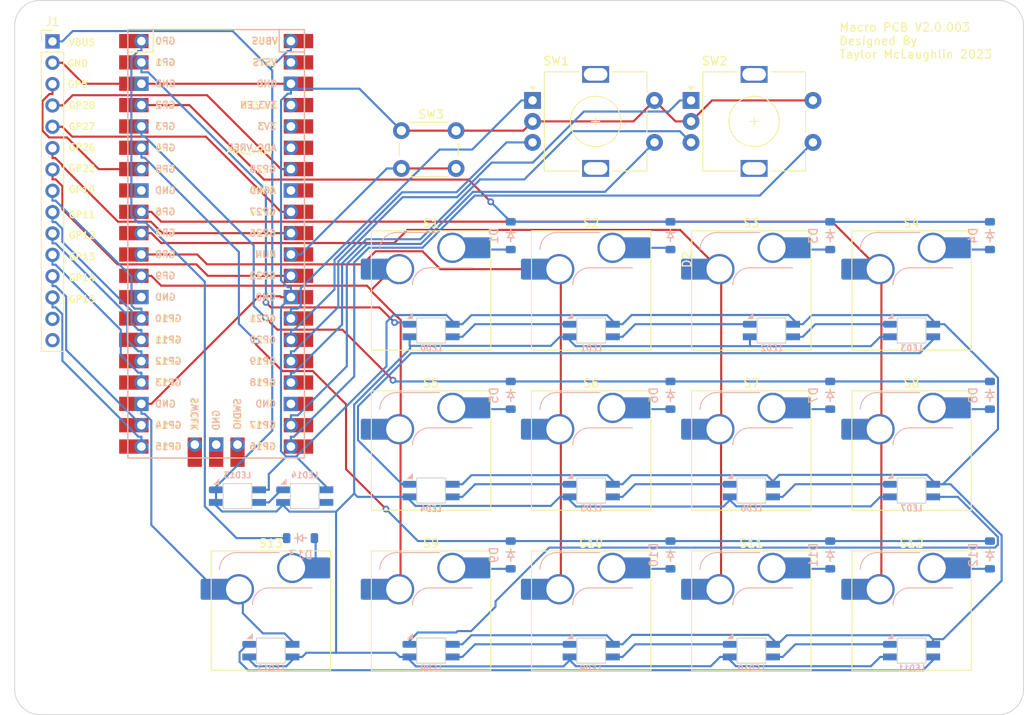
<source format=kicad_pcb>
(kicad_pcb (version 20221018) (generator pcbnew)
  (title_block (title "Macro PCB") (date "2023-12-19") (rev "2.0.003"))
  (layers (0 "F.Cu" signal) (31 "B.Cu" signal) (34 "B.Paste" user) (35 "F.Paste" user) (36 "B.SilkS" user "B.Silkscreen") (37 "F.SilkS" user "F.Silkscreen") (38 "B.Mask" user) (39 "F.Mask" user) (44 "Edge.Cuts" user))
  (net 0 "")
  (net 1 "Row 0")
  (net 2 "Net-(D1-A)")
  (net 3 "Net-(D2-A)")
  (net 4 "Net-(D3-A)")
  (net 5 "Net-(D4-A)")
  (net 6 "Row 1")
  (net 7 "Net-(D5-A)")
  (net 8 "Net-(D6-A)")
  (net 9 "Net-(D7-A)")
  (net 10 "Net-(D8-A)")
  (net 11 "Row 2")
  (net 12 "Net-(D9-A)")
  (net 13 "Net-(D10-A)")
  (net 14 "Net-(D11-A)")
  (net 15 "Net-(D12-A)")
  (net 16 "ModePin")
  (net 17 "Net-(D13-A)")
  (net 18 "GND")
  (net 19 "LED Pin")
  (net 20 "VBUS")
  (net 21 "Column 0")
  (net 22 "Column 1")
  (net 23 "Column 2")
  (net 24 "Column 3")
  (net 25 "Encoder 1 Pin A")
  (net 26 "Encoder 1 Pin B")
  (net 27 "Encoder 1 Button")
  (net 28 "Encoder 2 Pin A")
  (net 29 "Encoder 2 Pin B")
  (net 30 "Encoder 2 Button")
  (net 31 "Run")
  (net 43 "GPIO10")
  (net 44 "GPIO11")
  (net 45 "GPIO12")
  (net 46 "GPIO13")
  (net 47 "GPIO5")
  (net 48 "GPIO14")
  (net 49 "GPIO15")
  (net 50 "GPIO28")
  (net 51 "GPIO27")
  (net 52 "GPIO26")
  (net 53 "GPIO22")
  (net 56 "Net-(LED0-DOUT)")
  (net 57 "Net-(LED1-DOUT)")
  (net 58 "Net-(LED2-DOUT)")
  (net 59 "Net-(LED3-DOUT)")
  (net 60 "Net-(LED4-DOUT)")
  (net 61 "Net-(LED5-DOUT)")
  (net 62 "Net-(LED6-DOUT)")
  (net 63 "Net-(LED7-DOUT)")
  (net 64 "Net-(LED8-DOUT)")
  (net 65 "Net-(LED10-DIN)")
  (net 66 "Net-(LED10-DOUT)")
  (net 67 "Net-(LED11-DOUT)")
  (net 68 "Net-(LED13-DOUT)")
  (footprint "Connector_PinHeader_2.54mm:PinHeader_1x15_P2.54mm_Vertical" (layer "F.Cu") (at 61.2641 23.2581)
    (fp_text reference "J1")
    (fp_text value "Conn_01x15_Pin")
  )
  (footprint "ScottoKeebs_Components:LED_SK6812MINI" (layer "F.Cu") (at 163.4391 76.7156)
    (fp_text reference "LED7")
    (fp_text value "LED_SK6812MINI" hide)
    (fp_line (start -1.7 -1.5) (end -1.7 1.5) (stroke (width 0.12)) (layer "Edge.Cuts"))
    (fp_line (start -1.7 1.5) (end 1.7 1.5) (stroke (width 0.12)) (layer "Edge.Cuts"))
    (fp_line (start 1.7 -1.5) (end -1.7 -1.5) (stroke (width 0.12)) (layer "Edge.Cuts"))
    (fp_line (start 1.7 1.5) (end 1.7 -1.5) (stroke (width 0.12)) (layer "Edge.Cuts"))
  )
  (footprint "ScottoKeebs_Components:LED_SK6812MINI" (layer "F.Cu") (at 144.3891 76.7156)
    (fp_text reference "LED6")
    (fp_text value "LED_SK6812MINI" hide)
    (fp_line (start -1.7 -1.5) (end -1.7 1.5) (stroke (width 0.12)) (layer "Edge.Cuts"))
    (fp_line (start -1.7 1.5) (end 1.7 1.5) (stroke (width 0.12)) (layer "Edge.Cuts"))
    (fp_line (start 1.7 -1.5) (end -1.7 -1.5) (stroke (width 0.12)) (layer "Edge.Cuts"))
    (fp_line (start 1.7 1.5) (end 1.7 -1.5) (stroke (width 0.12)) (layer "Edge.Cuts"))
  )
  (footprint "ScottoKeebs_Hotswap:Hotswap_MX_Plated_1.00u" (layer "F.Cu") (at 125.3391 71.9531)
    (fp_text reference "S6")
    (fp_text value "Keyswitch")
  )
  (footprint "ScottoKeebs_Components:LED_SK6812MINI" (layer "F.Cu") (at 163.4391 95.7656)
    (fp_text reference "LED11")
    (fp_text value "LED_SK6812MINI" hide)
    (fp_line (start -1.7 -1.5) (end -1.7 1.5) (stroke (width 0.12)) (layer "Edge.Cuts"))
    (fp_line (start -1.7 1.5) (end 1.7 1.5) (stroke (width 0.12)) (layer "Edge.Cuts"))
    (fp_line (start 1.7 -1.5) (end -1.7 -1.5) (stroke (width 0.12)) (layer "Edge.Cuts"))
    (fp_line (start 1.7 1.5) (end 1.7 -1.5) (stroke (width 0.12)) (layer "Edge.Cuts"))
  )
  (footprint "Rotary_Encoder:RotaryEncoder_Alps_EC11E-Switch_Vertical_H20mm" (layer "F.Cu") (at 118.3641 30.2781)
    (fp_text reference "SW1")
    (fp_text value "RotaryEncoder_Switch")
  )
  (footprint "ScottoKeebs_Hotswap:Hotswap_MX_Plated_1.00u" (layer "F.Cu") (at 125.3391 91.0031)
    (fp_text reference "S10")
    (fp_text value "Keyswitch")
  )
  (footprint "Rotary_Encoder:RotaryEncoder_Alps_EC11E-Switch_Vertical_H20mm" (layer "F.Cu") (at 137.2141 30.2781)
    (fp_text reference "SW2")
    (fp_text value "RotaryEncoder_Switch")
  )
  (footprint "ScottoKeebs_Components:LED_SK6812MINI" (layer "F.Cu") (at 163.4391 57.6656)
    (fp_text reference "LED3")
    (fp_text value "LED_SK6812MINI" hide)
    (fp_line (start -1.7 -1.5) (end -1.7 1.5) (stroke (width 0.12)) (layer "Edge.Cuts"))
    (fp_line (start -1.7 1.5) (end 1.7 1.5) (stroke (width 0.12)) (layer "Edge.Cuts"))
    (fp_line (start 1.7 -1.5) (end -1.7 -1.5) (stroke (width 0.12)) (layer "Edge.Cuts"))
    (fp_line (start 1.7 1.5) (end 1.7 -1.5) (stroke (width 0.12)) (layer "Edge.Cuts"))
  )
  (footprint "ScottoKeebs_Hotswap:Hotswap_MX_Plated_1.00u" (layer "F.Cu") (at 144.3891 52.9031)
    (fp_text reference "S3")
    (fp_text value "Keyswitch")
  )
  (footprint "ScottoKeebs_Hotswap:Hotswap_MX_Plated_1.00u" (layer "F.Cu") (at 144.3891 71.9531)
    (fp_text reference "S7")
    (fp_text value "Keyswitch")
  )
  (footprint "ScottoKeebs_Components:LED_SK6812MINI" (layer "F.Cu") (at 106.2891 57.6656)
    (fp_text reference "LED0")
    (fp_text value "LED_SK6812MINI" hide)
    (fp_line (start -1.7 -1.5) (end -1.7 1.5) (stroke (width 0.12)) (layer "Edge.Cuts"))
    (fp_line (start -1.7 1.5) (end 1.7 1.5) (stroke (width 0.12)) (layer "Edge.Cuts"))
    (fp_line (start 1.7 -1.5) (end -1.7 -1.5) (stroke (width 0.12)) (layer "Edge.Cuts"))
    (fp_line (start 1.7 1.5) (end 1.7 -1.5) (stroke (width 0.12)) (layer "Edge.Cuts"))
  )
  (footprint "ScottoKeebs_Components:LED_SK6812MINI" (layer "F.Cu") (at 83.2641 77.3781)
    (fp_text reference "LED13")
    (fp_text value "LED_SK6812MINI" hide)
    (fp_line (start -1.7 -1.5) (end -1.7 1.5) (stroke (width 0.12)) (layer "Edge.Cuts"))
    (fp_line (start -1.7 1.5) (end 1.7 1.5) (stroke (width 0.12)) (layer "Edge.Cuts"))
    (fp_line (start 1.7 -1.5) (end -1.7 -1.5) (stroke (width 0.12)) (layer "Edge.Cuts"))
    (fp_line (start 1.7 1.5) (end 1.7 -1.5) (stroke (width 0.12)) (layer "Edge.Cuts"))
  )
  (footprint "ScottoKeebs_Hotswap:Hotswap_MX_Plated_1.00u" (layer "F.Cu") (at 125.3391 52.9031)
    (fp_text reference "S2")
    (fp_text value "Keyswitch")
  )
  (footprint "ScottoKeebs_Components:LED_SK6812MINI" (layer "F.Cu") (at 125.3391 95.7656)
    (fp_text reference "LED9")
    (fp_text value "LED_SK6812MINI" hide)
    (fp_line (start -1.7 -1.5) (end -1.7 1.5) (stroke (width 0.12)) (layer "Edge.Cuts"))
    (fp_line (start -1.7 1.5) (end 1.7 1.5) (stroke (width 0.12)) (layer "Edge.Cuts"))
    (fp_line (start 1.7 -1.5) (end -1.7 -1.5) (stroke (width 0.12)) (layer "Edge.Cuts"))
    (fp_line (start 1.7 1.5) (end 1.7 -1.5) (stroke (width 0.12)) (layer "Edge.Cuts"))
  )
  (footprint "ScottoKeebs_Hotswap:Hotswap_MX_Plated_1.00u" (layer "F.Cu") (at 106.2891 52.9031)
    (fp_text reference "S1")
    (fp_text value "Keyswitch")
  )
  (footprint "ScottoKeebs_Components:LED_SK6812MINI" (layer "F.Cu") (at 125.3391 76.7156)
    (fp_text reference "LED5")
    (fp_text value "LED_SK6812MINI" hide)
    (fp_line (start -1.7 -1.5) (end -1.7 1.5) (stroke (width 0.12)) (layer "Edge.Cuts"))
    (fp_line (start -1.7 1.5) (end 1.7 1.5) (stroke (width 0.12)) (layer "Edge.Cuts"))
    (fp_line (start 1.7 -1.5) (end -1.7 -1.5) (stroke (width 0.12)) (layer "Edge.Cuts"))
    (fp_line (start 1.7 1.5) (end 1.7 -1.5) (stroke (width 0.12)) (layer "Edge.Cuts"))
  )
  (footprint "ScottoKeebs_Components:LED_SK6812MINI" (layer "F.Cu") (at 125.3391 57.6656)
    (fp_text reference "LED1")
    (fp_text value "LED_SK6812MINI" hide)
    (fp_line (start -1.7 -1.5) (end -1.7 1.5) (stroke (width 0.12)) (layer "Edge.Cuts"))
    (fp_line (start -1.7 1.5) (end 1.7 1.5) (stroke (width 0.12)) (layer "Edge.Cuts"))
    (fp_line (start 1.7 -1.5) (end -1.7 -1.5) (stroke (width 0.12)) (layer "Edge.Cuts"))
    (fp_line (start 1.7 1.5) (end 1.7 -1.5) (stroke (width 0.12)) (layer "Edge.Cuts"))
  )
  (footprint "ScottoKeebs_Components:LED_SK6812MINI" (layer "F.Cu") (at 106.2891 95.7656)
    (fp_text reference "LED8")
    (fp_text value "LED_SK6812MINI" hide)
    (fp_line (start -1.7 -1.5) (end -1.7 1.5) (stroke (width 0.12)) (layer "Edge.Cuts"))
    (fp_line (start -1.7 1.5) (end 1.7 1.5) (stroke (width 0.12)) (layer "Edge.Cuts"))
    (fp_line (start 1.7 -1.5) (end -1.7 -1.5) (stroke (width 0.12)) (layer "Edge.Cuts"))
    (fp_line (start 1.7 1.5) (end 1.7 -1.5) (stroke (width 0.12)) (layer "Edge.Cuts"))
  )
  (footprint "ScottoKeebs_Components:LED_SK6812MINI" (layer "F.Cu") (at 87.2391 95.7656)
    (fp_text reference "LED12")
    (fp_text value "LED_SK6812MINI" hide)
    (fp_line (start -1.7 -1.5) (end -1.7 1.5) (stroke (width 0.12)) (layer "Edge.Cuts"))
    (fp_line (start -1.7 1.5) (end 1.7 1.5) (stroke (width 0.12)) (layer "Edge.Cuts"))
    (fp_line (start 1.7 -1.5) (end -1.7 -1.5) (stroke (width 0.12)) (layer "Edge.Cuts"))
    (fp_line (start 1.7 1.5) (end 1.7 -1.5) (stroke (width 0.12)) (layer "Edge.Cuts"))
  )
  (footprint "ScottoKeebs_Hotswap:Hotswap_MX_Plated_1.00u" (layer "F.Cu") (at 106.2891 91.0031)
    (fp_text reference "S9")
    (fp_text value "Keyswitch")
  )
  (footprint "ScottoKeebs_Components:LED_SK6812MINI" (layer "F.Cu") (at 91.2641 77.3781)
    (fp_text reference "LED14")
    (fp_text value "LED_SK6812MINI" hide)
    (fp_line (start -1.7 -1.5) (end -1.7 1.5) (stroke (width 0.12)) (layer "Edge.Cuts"))
    (fp_line (start -1.7 1.5) (end 1.7 1.5) (stroke (width 0.12)) (layer "Edge.Cuts"))
    (fp_line (start 1.7 -1.5) (end -1.7 -1.5) (stroke (width 0.12)) (layer "Edge.Cuts"))
    (fp_line (start 1.7 1.5) (end 1.7 -1.5) (stroke (width 0.12)) (layer "Edge.Cuts"))
  )
  (footprint "ScottoKeebs_Components:LED_SK6812MINI" (layer "F.Cu") (at 144.3891 95.7656)
    (fp_text reference "LED10")
    (fp_text value "LED_SK6812MINI" hide)
    (fp_line (start -1.7 -1.5) (end -1.7 1.5) (stroke (width 0.12)) (layer "Edge.Cuts"))
    (fp_line (start -1.7 1.5) (end 1.7 1.5) (stroke (width 0.12)) (layer "Edge.Cuts"))
    (fp_line (start 1.7 -1.5) (end -1.7 -1.5) (stroke (width 0.12)) (layer "Edge.Cuts"))
    (fp_line (start 1.7 1.5) (end 1.7 -1.5) (stroke (width 0.12)) (layer "Edge.Cuts"))
  )
  (footprint "ScottoKeebs_Hotswap:Hotswap_MX_Plated_1.00u" (layer "F.Cu") (at 87.2391 91.0031)
    (fp_text reference "S13")
    (fp_text value "Keyswitch")
  )
  (footprint "ScottoKeebs_Components:LED_SK6812MINI" (layer "F.Cu") (at 146.7703 57.6656)
    (fp_text reference "LED2")
    (fp_text value "LED_SK6812MINI" hide)
    (fp_line (start -1.7 -1.5) (end -1.7 1.5) (stroke (width 0.12)) (layer "Edge.Cuts"))
    (fp_line (start -1.7 1.5) (end 1.7 1.5) (stroke (width 0.12)) (layer "Edge.Cuts"))
    (fp_line (start 1.7 -1.5) (end -1.7 -1.5) (stroke (width 0.12)) (layer "Edge.Cuts"))
    (fp_line (start 1.7 1.5) (end 1.7 -1.5) (stroke (width 0.12)) (layer "Edge.Cuts"))
  )
  (footprint "ScottoKeebs_Components:LED_SK6812MINI" (layer "F.Cu") (at 106.2891 76.7156)
    (fp_text reference "LED4")
    (fp_text value "LED_SK6812MINI" hide)
    (fp_line (start -1.7 -1.5) (end -1.7 1.5) (stroke (width 0.12)) (layer "Edge.Cuts"))
    (fp_line (start -1.7 1.5) (end 1.7 1.5) (stroke (width 0.12)) (layer "Edge.Cuts"))
    (fp_line (start 1.7 -1.5) (end -1.7 -1.5) (stroke (width 0.12)) (layer "Edge.Cuts"))
    (fp_line (start 1.7 1.5) (end 1.7 -1.5) (stroke (width 0.12)) (layer "Edge.Cuts"))
  )
  (footprint "ScottoKeebs_Hotswap:Hotswap_MX_Plated_1.00u" (layer "F.Cu") (at 163.4391 91.0031)
    (fp_text reference "S12")
    (fp_text value "Keyswitch")
  )
  (footprint "ScottoKeebs_Hotswap:Hotswap_MX_Plated_1.00u" (layer "F.Cu") (at 163.4391 52.9031)
    (fp_text reference "S4")
    (fp_text value "Keyswitch")
  )
  (footprint "Button_Switch_THT:SW_PUSH_6mm_H7.3mm" (layer "F.Cu") (at 102.7641 33.8781)
    (fp_text reference "SW3")
    (fp_text value "SW_Push")
  )
  (footprint "ScottoKeebs_Hotswap:Hotswap_MX_Plated_1.00u" (layer "F.Cu") (at 163.4391 71.9531)
    (fp_text reference "S8")
    (fp_text value "Keyswitch")
  )
  (footprint "ScottoKeebs_Hotswap:Hotswap_MX_Plated_1.00u" (layer "F.Cu") (at 144.3891 91.0031)
    (fp_text reference "S11")
    (fp_text value "Keyswitch")
  )
  (footprint "ScottoKeebs_Hotswap:Hotswap_MX_Plated_1.00u" (layer "F.Cu") (at 106.2891 71.9531)
    (fp_text reference "S5")
    (fp_text value "Keyswitch")
  )
  (footprint "ScottoKeebs_MCU:Raspberry_Pi_Pico" (layer "F.Cu") (at 80.7303 47.3469)
    (fp_text reference "U1" hide)
    (fp_text value "Raspberry_Pi_Pico" hide)
  )
  (footprint "ScottoKeebs_Components:Diode_SOD-123" (layer "B.Cu") (at 134.7641 46.3781 -90)
    (fp_text reference "D2")
    (fp_text value "Diode")
  )
  (footprint "ScottoKeebs_Components:Diode_SOD-123" (layer "B.Cu") (at 134.7641 65.3781 -90)
    (fp_text reference "D6")
    (fp_text value "Diode")
  )
  (footprint "ScottoKeebs_Components:Diode_SOD-123" (layer "B.Cu") (at 172.7641 46.3781 -90)
    (fp_text reference "D4")
    (fp_text value "Diode")
  )
  (footprint "ScottoKeebs_Components:Diode_SOD-123" (layer "B.Cu") (at 115.7641 46.3781 -90)
    (fp_text reference "D1")
    (fp_text value "Diode")
  )
  (footprint "ScottoKeebs_Components:Diode_SOD-123" (layer "B.Cu") (at 115.7641 65.3781 -90)
    (fp_text reference "D5")
    (fp_text value "Diode")
  )
  (footprint "ScottoKeebs_Components:Diode_SOD-123" (layer "B.Cu") (at 90.7641 82.3781)
    (fp_text reference "D13")
    (fp_text value "Diode")
  )
  (footprint "ScottoKeebs_Components:Diode_SOD-123" (layer "B.Cu") (at 153.7641 65.3781 -90)
    (fp_text reference "D7")
    (fp_text value "Diode")
  )
  (footprint "ScottoKeebs_Components:Diode_SOD-123" (layer "B.Cu") (at 134.7641 84.3781 -90)
    (fp_text reference "D10")
    (fp_text value "Diode")
  )
  (footprint "ScottoKeebs_Components:Diode_SOD-123" (layer "B.Cu") (at 115.7641 84.3781 -90)
    (fp_text reference "D9")
    (fp_text value "Diode")
  )
  (footprint "ScottoKeebs_Components:Diode_SOD-123" (layer "B.Cu") (at 153.7641 84.3781 -90)
    (fp_text reference "D11")
    (fp_text value "Diode")
  )
  (footprint "ScottoKeebs_Components:Diode_SOD-123" (layer "B.Cu") (at 172.7641 84.3781 -90)
    (fp_text reference "D12")
    (fp_text value "Diode")
  )
  (footprint "ScottoKeebs_Components:Diode_SOD-123" (layer "B.Cu") (at 172.7641 65.3781 -90)
    (fp_text reference "D8")
    (fp_text value "Diode")
  )
  (footprint "ScottoKeebs_Components:Diode_SOD-123" (layer "B.Cu") (at 153.7641 46.3781 -90)
    (fp_text reference "D3")
    (fp_text value "Diode")
  )
  (gr_arc (start 56.76405 21.37815) (mid 57.64273 19.25683) (end 59.76405 18.37815) (stroke (width 0.1)) (layer "Edge.Cuts"))
  (gr_arc (start 59.76405 103.37815) (mid 57.642744 102.499456) (end 56.76405 100.37815) (stroke (width 0.1)) (layer "Edge.Cuts"))
  (gr_arc (start 173.76405 18.37815) (mid 175.885356 19.256844) (end 176.76405 21.37815) (stroke (width 0.1)) (layer "Edge.Cuts"))
  (gr_arc (start 176.76405 100.37815) (mid 175.885356 102.499456) (end 173.76405 103.37815) (stroke (width 0.1)) (layer "Edge.Cuts"))
  (gr_line (start 59.76405 18.37815) (end 173.76405 18.37815) (stroke (width 0.1)) (layer "Edge.Cuts"))
  (gr_line (start 176.76405 21.37815) (end 176.76405 100.37815) (stroke (width 0.1)) (layer "Edge.Cuts"))
  (gr_line (start 56.76405 100.37815) (end 56.76405 21.37815) (stroke (width 0.1)) (layer "Edge.Cuts"))
  (gr_line (start 59.76405 103.37815) (end 173.76405 103.37815) (stroke (width 0.1)) (layer "Edge.Cuts"))
  (gr_text "GP14" (at 64.76405 51.37815) (layer "F.SilkS") (effects (font (size 0.8 0.8))))
  (gr_text "GP10" (at 64.76405 40.87815) (layer "F.SilkS") (effects (font (size 0.8 0.8))))
  (gr_text "GP27" (at 64.76405 33.37815) (layer "F.SilkS") (effects (font (size 0.8 0.8))))
  (gr_text "GP13" (at 64.76405 48.87815) (layer "F.SilkS") (effects (font (size 0.8 0.8))))
  (gr_text "GP15" (at 64.76405 53.91815) (layer "F.SilkS") (effects (font (size 0.8 0.8))))
  (gr_text "GP22" (at 64.76405 38.37815) (layer "F.SilkS") (effects (font (size 0.8 0.8))))
  (gr_text "GP5" (at 64.26405 28.37815) (layer "F.SilkS") (effects (font (size 0.8 0.8))))
  (gr_text "GP26" (at 64.76405 35.87815) (layer "F.SilkS") (effects (font (size 0.8 0.8))))
  (gr_text "Macro PCB V2.0.003\nDesigned By \nTaylor McLaughlin 2023" (at 154.76405 25.37815) (layer "F.SilkS") (effects (font (size 1 1)) (justify left bottom)))
  (gr_text "GND" (at 64.26405 25.87815) (layer "F.SilkS") (effects (font (size 0.8 0.8))))
  (gr_text "VBUS" (at 64.76405 23.37815) (layer "F.SilkS") (effects (font (size 0.8 0.8))))
  (gr_text "GP11" (at 64.76405 43.87815) (layer "F.SilkS") (effects (font (size 0.8 0.8))))
  (gr_text "GP28" (at 64.76405 30.87815) (layer "F.SilkS") (effects (font (size 0.8 0.8))))
  (gr_text "GP12" (at 64.76405 46.33815) (layer "F.SilkS") (effects (font (size 0.8 0.8))))
  (segment (start 77.5493 30.8369) (end 86.4159 39.7035) (width 0.25) (layer "F.Cu") (net 1))
  (segment (start 110.7395 39.7035) (end 113.386 42.35) (width 0.25) (layer "F.Cu") (net 1))
  (segment (start 71.8403 30.8369) (end 77.5493 30.8369) (width 0.25) (layer "F.Cu") (net 1))
  (segment (start 86.4159 39.7035) (end 110.7395 39.7035) (width 0.25) (layer "F.Cu") (net 1))
  (via (at 113.386 42.35) (size 0.8) (drill 0.4) (layers "F.Cu" "B.Cu") (net 1))
  (segment (start 134.7641 44.7281) (end 115.7641 44.7281) (width 0.25) (layer "B.Cu") (net 1))
  (segment (start 172.7641 44.7281) (end 153.7641 44.7281) (width 0.25) (layer "B.Cu") (net 1))
  (segment (start 115.7641 44.7281) (end 113.386 42.35) (width 0.25) (layer "B.Cu") (net 1))
  (segment (start 153.7641 44.7281) (end 134.7641 44.7281) (width 0.25) (layer "B.Cu") (net 1))
  (segment (start 115.7641 48.0281) (end 111.8141 48.0281) (width 0.25) (layer "B.Cu") (net 2))
  (segment (start 111.8141 48.0281) (end 111.6091 47.8231) (width 0.25) (layer "B.Cu") (net 2))
  (segment (start 111.6091 47.8231) (end 108.8291 47.8231) (width 0.25) (layer "B.Cu") (net 2))
  (segment (start 134.5591 47.8231) (end 130.6591 47.8231) (width 0.25) (layer "B.Cu") (net 3))
  (segment (start 130.6591 47.8231) (end 127.8791 47.8231) (width 0.25) (layer "B.Cu") (net 3))
  (segment (start 134.7641 48.0281) (end 134.5591 47.8231) (width 0.25) (layer "B.Cu") (net 3))
  (segment (start 149.9141 48.0281) (end 149.7091 47.8231) (width 0.25) (layer "B.Cu") (net 4))
  (segment (start 149.7091 47.8231) (end 146.9291 47.8231) (width 0.25) (layer "B.Cu") (net 4))
  (segment (start 153.7641 48.0281) (end 149.9141 48.0281) (width 0.25) (layer "B.Cu") (net 4))
  (segment (start 168.9641 48.0281) (end 168.7591 47.8231) (width 0.25) (layer "B.Cu") (net 5))
  (segment (start 168.7591 47.8231) (end 165.9791 47.8231) (width 0.25) (layer "B.Cu") (net 5))
  (segment (start 172.7641 48.0281) (end 168.9641 48.0281) (width 0.25) (layer "B.Cu") (net 5))
  (segment (start 88.0108 57.5639) (end 95.7453 57.5639) (width 0.25) (layer "F.Cu") (net 6))
  (segment (start 86.5934 56.1465) (end 88.0108 57.5639) (width 0.25) (layer "F.Cu") (net 6))
  (segment (start 95.7453 57.5639) (end 101.761 63.5796) (width 0.25) (layer "F.Cu") (net 6))
  (via (at 101.761 63.5796) (size 0.8) (drill 0.4) (layers "F.Cu" "B.Cu") (net 6))
  (via (at 86.5934 56.1465) (size 0.8) (drill 0.4) (layers "F.Cu" "B.Cu") (net 6))
  (segment (start 85.1924 47.537) (end 85.1924 54.7456) (width 0.25) (layer "B.Cu") (net 6))
  (segment (start 71.8403 33.3769) (end 71.8403 34.5522) (width 0.25) (layer "B.Cu") (net 6))
  (segment (start 115.7641 63.7281) (end 134.7641 63.7281) (width 0.25) (layer "B.Cu") (net 6))
  (segment (start 153.7641 63.7281) (end 172.7641 63.7281) (width 0.25) (layer "B.Cu") (net 6))
  (segment (start 115.7641 63.7281) (end 101.9095 63.7281) (width 0.25) (layer "B.Cu") (net 6))
  (segment (start 85.1925 54.7456) (end 86.5934 56.1465) (width 0.25) (layer "B.Cu") (net 6))
  (segment (start 85.1924 54.7456) (end 85.1925 54.7456) (width 0.25) (layer "B.Cu") (net 6))
  (segment (start 72.2076 34.5522) (end 85.1924 47.537) (width 0.25) (layer "B.Cu") (net 6))
  (segment (start 134.7641 63.7281) (end 153.7641 63.7281) (width 0.25) (layer "B.Cu") (net 6))
  (segment (start 101.9095 63.7281) (end 101.761 63.5796) (width 0.25) (layer "B.Cu") (net 6))
  (segment (start 71.8403 34.5522) (end 72.2076 34.5522) (width 0.25) (layer "B.Cu") (net 6))
  (segment (start 111.7641 67.0281) (end 111.6091 66.8731) (width 0.25) (layer "B.Cu") (net 7))
  (segment (start 115.7641 67.0281) (end 111.7641 67.0281) (width 0.25) (layer "B.Cu") (net 7))
  (segment (start 111.6091 66.8731) (end 108.8291 66.8731) (width 0.25) (layer "B.Cu") (net 7))
  (segment (start 130.8141 67.0281) (end 130.6591 66.8731) (width 0.25) (layer "B.Cu") (net 8))
  (segment (start 134.7641 67.0281) (end 130.8141 67.0281) (width 0.25) (layer "B.Cu") (net 8))
  (segment (start 130.6591 66.8731) (end 127.8791 66.8731) (width 0.25) (layer "B.Cu") (net 8))
  (segment (start 149.8641 67.0281) (end 149.7091 66.8731) (width 0.25) (layer "B.Cu") (net 9))
  (segment (start 149.7091 66.8731) (end 146.9291 66.8731) (width 0.25) (layer "B.Cu") (net 9))
  (segment (start 153.7641 67.0281) (end 149.8641 67.0281) (width 0.25) (layer "B.Cu") (net 9))
  (segment (start 172.7641 67.0281) (end 168.9141 67.0281) (width 0.25) (layer "B.Cu") (net 10))
  (segment (start 168.7591 66.8731) (end 165.9791 66.8731) (width 0.25) (layer "B.Cu") (net 10))
  (segment (start 168.9141 67.0281) (end 168.7591 66.8731) (width 0.25) (layer "B.Cu") (net 10))
  (segment (start 96.1772 66.4464) (end 96.1772 74.1674) (width 0.25) (layer "F.Cu") (net 11))
  (segment (start 96.1772 74.1674) (end 100.9256 78.9158) (width 0.25) (layer "F.Cu") (net 11))
  (segment (start 85.5002 59.3717) (end 88.6208 62.4923) (width 0.25) (layer "F.Cu") (net 11))
  (segment (start 92.2231 62.4923) (end 96.1772 66.4464) (width 0.25) (layer "F.Cu") (net 11))
  (segment (start 88.6208 62.4923) (end 92.2231 62.4923) (width 0.25) (layer "F.Cu") (net 11))
  (segment (start 85.5002 58.9407) (end 85.5002 59.3717) (width 0.25) (layer "F.Cu") (net 11))
  (via (at 85.5002 58.9407) (size 0.8) (drill 0.4) (layers "F.Cu" "B.Cu") (net 11))
  (via (at 100.9256 78.9158) (size 0.8) (drill 0.4) (layers "F.Cu" "B.Cu") (net 11))
  (segment (start 72.2076 37.0922) (end 83.4314 48.316) (width 0.25) (layer "B.Cu") (net 11))
  (segment (start 100.9256 78.9158) (end 104.7379 82.7281) (width 0.25) (layer "B.Cu") (net 11))
  (segment (start 83.4314 48.316) (end 83.4314 56.8719) (width 0.25) (layer "B.Cu") (net 11))
  (segment (start 83.4314 56.8719) (end 85.5002 58.9407) (width 0.25) (layer "B.Cu") (net 11))
  (segment (start 134.7641 82.7281) (end 153.7641 82.7281) (width 0.25) (layer "B.Cu") (net 11))
  (segment (start 104.7379 82.7281) (end 115.7641 82.7281) (width 0.25) (layer "B.Cu") (net 11))
  (segment (start 153.7641 82.7281) (end 172.7641 82.7281) (width 0.25) (layer "B.Cu") (net 11))
  (segment (start 71.8403 35.9169) (end 71.8403 37.0922) (width 0.25) (layer "B.Cu") (net 11))
  (segment (start 115.7641 82.7281) (end 134.7641 82.7281) (width 0.25) (layer "B.Cu") (net 11))
  (segment (start 71.8403 37.0922) (end 72.2076 37.0922) (width 0.25) (layer "B.Cu") (net 11))
  (segment (start 115.7641 86.0281) (end 111.7141 86.0281) (width 0.25) (layer "B.Cu") (net 12))
  (segment (start 111.6091 85.9231) (end 108.8291 85.9231) (width 0.25) (layer "B.Cu") (net 12))
  (segment (start 111.7141 86.0281) (end 111.6091 85.9231) (width 0.25) (layer "B.Cu") (net 12))
  (segment (start 130.6591 85.9231) (end 127.8791 85.9231) (width 0.25) (layer "B.Cu") (net 13))
  (segment (start 134.7641 86.0281) (end 130.7641 86.0281) (width 0.25) (layer "B.Cu") (net 13))
  (segment (start 130.7641 86.0281) (end 130.6591 85.9231) (width 0.25) (layer "B.Cu") (net 13))
  (segment (start 153.7641 86.0281) (end 149.8141 86.0281) (width 0.25) (layer "B.Cu") (net 14))
  (segment (start 149.8141 86.0281) (end 149.7091 85.9231) (width 0.25) (layer "B.Cu") (net 14))
  (segment (start 149.7091 85.9231) (end 146.9291 85.9231) (width 0.25) (layer "B.Cu") (net 14))
  (segment (start 168.7591 85.9231) (end 165.9791 85.9231) (width 0.25) (layer "B.Cu") (net 15))
  (segment (start 168.8641 86.0281) (end 168.7591 85.9231) (width 0.25) (layer "B.Cu") (net 15))
  (segment (start 172.7641 86.0281) (end 168.8641 86.0281) (width 0.25) (layer "B.Cu") (net 15))
  (segment (start 70.646 25.2192) (end 70.646 44.011) (width 0.25) (layer "B.Cu") (net 16))
  (segment (start 71.8403 24.3922) (end 71.473 24.3922) (width 0.25) (layer "B.Cu") (net 16))
  (segment (start 72.3272 44.8069) (end 79.3812 51.8609) (width 0.25) (layer "B.Cu") (net 16))
  (segment (start 83.1529 82.3781) (end 89.1141 82.3781) (width 0.25) (layer "B.Cu") (net 16))
  (segment (start 70.646 44.011) (end 71.4419 44.8069) (width 0.25) (layer "B.Cu") (net 16))
  (segment (start 71.473 24.3922) (end 70.646 25.2192) (width 0.25) (layer "B.Cu") (net 16))
  (segment (start 79.3812 51.8609) (end 79.3812 78.6064) (width 0.25) (layer "B.Cu") (net 16))
  (segment (start 71.4419 44.8069) (end 72.3272 44.8069) (width 0.25) (layer "B.Cu") (net 16))
  (segment (start 79.3812 78.6064) (end 83.1529 82.3781) (width 0.25) (layer "B.Cu") (net 16))
  (segment (start 71.8403 23.2169) (end 71.8403 24.3922) (width 0.25) (layer "B.Cu") (net 16))
  (segment (start 92.5591 85.9231) (end 89.7791 85.9231) (width 0.25) (layer "B.Cu") (net 17))
  (segment (start 92.5591 82.5231) (end 92.5591 85.9231) (width 0.25) (layer "B.Cu") (net 17))
  (segment (start 92.4141 82.3781) (end 92.5591 82.5231) (width 0.25) (layer "B.Cu") (net 17))
  (segment (start 109.2641 33.8781) (end 102.7641 33.8781) (width 0.25) (layer "F.Cu") (net 18))
  (segment (start 71.8403 28.2969) (end 89.6203 28.2969) (width 0.25) (layer "F.Cu") (net 18))
  (segment (start 85.8282 53.5843) (end 73.0156 66.3969) (width 0.25) (layer "F.Cu") (net 18))
  (segment (start 139.7141 30.2781) (end 137.2141 32.7781) (width 0.25) (layer "F.Cu") (net 18))
  (segment (start 118.3641 32.7781) (end 117.2641 33.8781) (width 0.25) (layer "F.Cu") (net 18))
  (segment (start 118.3641 32.7781) (end 130.3641 32.7781) (width 0.25) (layer "F.Cu") (net 18))
  (segment (start 62.4394 25.7981) (end 64.9382 28.2969) (width 0.25) (layer "F.Cu") (net 18))
  (segment (start 117.2641 33.8781) (end 109.2641 33.8781) (width 0.25) (layer "F.Cu") (net 18))
  (segment (start 61.2641 25.7981) (end 62.4394 25.7981) (width 0.25) (layer "F.Cu") (net 18))
  (segment (start 88.445 53.6969) (end 88.3324 53.5843) (width 0.25) (layer "F.Cu") (net 18))
  (segment (start 71.8403 66.3969) (end 73.0156 66.3969) (width 0.25) (layer "F.Cu") (net 18))
  (segment (start 135.3641 32.7781) (end 137.2141 32.7781) (width 0.25) (layer "F.Cu") (net 18))
  (segment (start 130.3641 32.7781) (end 132.8641 30.2781) (width 0.25) (layer "F.Cu") (net 18))
  (segment (start 89.6203 53.6969) (end 88.445 53.6969) (width 0.25) (layer "F.Cu") (net 18))
  (segment (start 132.8641 30.2781) (end 135.3641 32.7781) (width 0.25) (layer "F.Cu") (net 18))
  (segment (start 88.3324 53.5843) (end 85.8282 53.5843) (width 0.25) (layer "F.Cu") (net 18))
  (segment (start 151.7141 30.2781) (end 139.7141 30.2781) (width 0.25) (layer "F.Cu") (net 18))
  (segment (start 64.9382 28.2969) (end 71.8403 28.2969) (width 0.25) (layer "F.Cu") (net 18))
  (segment (start 165.9891 75.9656) (end 165.9891 75.5853) (width 0.25) (layer "B.Cu") (net 18))
  (segment (start 111.0937 74.8863) (end 127.2511 74.8863) (width 0.25) (layer "B.Cu") (net 18))
  (segment (start 108.8391 56.5556) (end 108.1103 55.8268) (width 0.25) (layer "B.Cu") (net 18))
  (segment (start 108.8391 75.9656) (end 110.0144 75.9656) (width 0.25) (layer "B.Cu") (net 18))
  (segment (start 89.253 29.4722) (end 88.445 30.2802) (width 0.25) (layer "B.Cu") (net 18))
  (segment (start 71.8403 67.5722) (end 72.2077 67.5722) (width 0.25) (layer "B.Cu") (net 18))
  (segment (start 108.8391 95.0156) (end 110.0144 95.0156) (width 0.25) (layer "B.Cu") (net 18))
  (segment (start 127.8891 95.0156) (end 129.0644 95.0156) (width 0.25) (layer "B.Cu") (net 18))
  (segment (start 174.1517 82.0438) (end 168.0735 75.9656) (width 0.25) (layer "B.Cu") (net 18))
  (segment (start 149.3203 56.9156) (end 149.9287 56.9156) (width 0.25) (layer "B.Cu") (net 18))
  (segment (start 108.1103 55.8268) (end 101.8165 55.8268) (width 0.25) (layer "B.Cu") (net 18))
  (segment (start 89.6203 28.2969) (end 89.6203 28.8845) (width 0.25) (layer "B.Cu") (net 18))
  (segment (start 130.1862 93.8938) (end 129.0644 95.0156) (width 0.25) (layer "B.Cu") (net 18))
  (segment (start 127.8891 56.9156) (end 129.0644 56.9156) (width 0.25) (layer "B.Cu") (net 18))
  (segment (start 86.3008 93.7152) (end 83.9037 91.3181) (width 0.25) (layer "B.Cu") (net 18))
  (segment (start 110.0144 95.0156) (end 111.0897 93.9403) (width 0.25) (layer "B.Cu") (net 18))
  (segment (start 127.8891 75.5243) (end 127.8891 75.9656) (width 0.25) (layer "B.Cu") (net 18))
  (segment (start 165.9891 75.5853) (end 165.2512 74.8474) (width 0.25) (layer "B.Cu") (net 18))
  (segment (start 108.8391 56.9156) (end 110.0144 56.9156) (width 0.25) (layer "B.Cu") (net 18))
  (segment (start 85.8141 76.6281) (end 86.9894 76.6281) (width 0.25) (layer "B.Cu") (net 18))
  (segment (start 167.1927 94.4089) (end 174.1517 87.4499) (width 0.25) (layer "B.Cu") (net 18))
  (segment (start 173.7197 69.4103) (end 173.7197 63.2955) (width 0.25) (layer "B.Cu") (net 18))
  (segment (start 89.2529 52.5216) (end 89.6203 52.5216) (width 0.25) (layer "B.Cu") (net 18))
  (segment (start 89.0732 72.6714) (end 88.4419 72.0401) (width 0.25) (layer "B.Cu") (net 18))
  (segment (start 97.7705 28.8845) (end 102.7641 33.8781) (width 0.25) (layer "B.Cu") (net 18))
  (segment (start 165.9891 94.4089) (end 167.1927 94.4089) (width 0.25) (layer "B.Cu") (net 18))
  (segment (start 165.2512 74.8474) (end 147.6971 74.8474) (width 0.25) (layer "B.Cu") (net 18))
  (segment (start 88.4419 54.8753) (end 89.6203 53.6969) (width 0.25) (layer "B.Cu") (net 18))
  (segment (start 127.1738 93.9403) (end 127.8891 94.6556) (width 0.25) (layer "B.Cu") (net 18))
  (segment (start 89.6203 29.4722) (end 89.253 29.4722) (width 0.25) (layer "B.Cu") (net 18))
  (segment (start 108.8391 56.9156) (end 108.8391 56.5556) (width 0.25) (layer "B.Cu") (net 18))
  (segment (start 100.9898 61.9201) (end 90.2385 72.6714) (width 0.25) (layer "B.Cu") (net 18))
  (segment (start 86.9894 74.7552) (end 89.0732 72.6714) (width 0.25) (layer "B.Cu") (net 18))
  (segment (start 71.8403 66.3969) (end 71.8403 67.5722) (width 0.25) (layer "B.Cu") (net 18))
  (segment (start 173.7197 63.2955) (end 167.3398 56.9156) (width 0.25) (layer "B.Cu") (net 18))
  (segment (start 73.0156 68.3801) (end 73.0156 80.8246) (width 0.25) (layer "B.Cu") (net 18))
  (segment (start 168.0735 75.9656) (end 167.1644 75.9656) (width 0.25) (layer "B.Cu") (net 18))
  (segment (start 165.9891 56.4742) (end 165.9891 56.9156) (width 0.25) (layer "B.Cu") (net 18))
  (segment (start 147.5268 95.0156) (end 148.6036 93.9388) (width 0.25) (layer "B.Cu") (net 18))
  (segment (start 165.519 93.9388) (end 165.9891 94.4089) (width 0.25) (layer "B.Cu") (net 18))
  (segment (start 167.3398 56.9156) (end 165.9891 56.9156) (width 0.25) (layer "B.Cu") (net 18))
  (segment (start 127.2511 74.8863) (end 127.8891 75.5243) (width 0.25) (layer "B.Cu") (net 18))
  (segment (start 89.6203 28.8845) (end 89.6203 29.4722) (width 0.25) (layer "B.Cu") (net 18))
  (segment (start 148.6036 93.9388) (end 165.519 93.9388) (width 0.25) (layer "B.Cu") (net 18))
  (segment (start 150.4956 56.9156) (end 151.5752 55.836) (width 0.25) (layer "B.Cu") (net 18))
  (segment (start 93.8141 76.247) (end 90.2385 72.6714) (width 0.25) (layer "B.Cu") (net 18))
  (segment (start 89.7891 94.6523) (end 88.852 93.7152) (width 0.25) (layer "B.Cu") (net 18))
  (segment (start 89.6203 28.8845) (end 97.7705 28.8845) (width 0.25) (layer "B.Cu") (net 18))
  (segment (start 129.0644 56.9156) (end 130.159 55.821) (width 0.25) (layer "B.Cu") (net 18))
  (segment (start 146.9391 75.6054) (end 146.9391 75.9656) (width 0.25) (layer "B.Cu") (net 18))
  (segment (start 88.445 30.2802) (end 88.445 51.7137) (width 0.25) (layer "B.Cu") (net 18))
  (segment (start 72.2077 67.5722) (end 73.0156 68.3801) (width 0.25) (layer "B.Cu") (net 18))
  (segment (start 151.5752 55.836) (end 165.3509 55.836) (width 0.25) (layer "B.Cu") (net 18))
  (segment (start 93.8141 76.6281) (end 93.8141 76.247) (width 0.25) (layer "B.Cu") (net 18))
  (segment (start 149.9287 56.9156) (end 150.4956 56.9156) (width 0.25) (layer "B.Cu") (net 18))
  (segment (start 111.0897 93.9403) (end 127.1738 93.9403) (width 0.25) (layer "B.Cu") (net 18))
  (segment (start 127.2063 55.84) (end 111.09 55.84) (width 0.25) (layer "B.Cu") (net 18))
  (segment (start 127.8891 56.5228) (end 127.2063 55.84) (width 0.25) (layer "B.Cu") (net 18))
  (segment (start 89.0732 72.6714) (end 90.2385 72.6714) (width 0.25) (layer "B.Cu") (net 18))
  (segment (start 146.224 74.8903) (end 146.9391 75.6054) (width 0.25) (layer "B.Cu") (net 18))
  (segment (start 111.09 55.84) (end 110.0144 56.9156) (width 0.25) (layer "B.Cu") (net 18))
  (segment (start 127.8891 56.9156) (end 127.8891 56.5228) (width 0.25) (layer "B.Cu") (net 18))
  (segment (start 147.5268 95.0156) (end 146.405 93.8938) (width 0.25) (layer "B.Cu") (net 18))
  (segment (start 146.405 93.8938) (end 130.1862 93.8938) (width 0.25) (layer "B.Cu") (net 18))
  (segment (start 101.8165 55.8268) (end 100.9898 56.6535) (width 0.25) (layer "B.Cu") (net 18))
  (segment (start 88.4419 72.0401) (end 88.4419 54.8753) (width 0.25) (layer "B.Cu") (net 18))
  (segment (start 88.445 51.7137) (end 89.2529 52.5216) (width 0.25) (layer "B.Cu") (net 18))
  (segment (start 89.7891 95.0156) (end 89.7891 94.6523) (width 0.25) (layer "B.Cu") (net 18))
  (segment (start 86.9894 76.6281) (end 86.9894 74.7552) (width 0.25) (layer "B.Cu") (net 18))
  (segment (start 165.3509 55.836) (end 165.9891 56.4742) (width 0.25) (layer "B.Cu") (net 18))
  (segment (start 148.8341 55.821) (end 149.9287 56.9156) (width 0.25) (layer "B.Cu") (net 18))
  (segment (start 100.9898 56.6535) (end 100.9898 61.9201) (width 0.25) (layer "B.Cu") (net 18))
  (segment (start 130.1397 74.8903) (end 146.224 74.8903) (width 0.25) (layer "B.Cu") (net 18))
  (segment (start 127.8891 75.9656) (end 129.0644 75.9656) (width 0.25) (layer "B.Cu") (net 18))
  (segment (start 167.1644 75.9656) (end 173.7197 69.4103) (width 0.25) (layer "B.Cu") (net 18))
  (segment (start 89.6203 53.6969) (end 89.6203 52.5216) (width 0.25) (layer "B.Cu") (net 18))
  (segment (start 88.852 93.7152) (end 86.3008 93.7152) (width 0.25) (layer "B.Cu") (net 18))
  (segment (start 130.159 55.821) (end 148.8341 55.821) (width 0.25) (layer "B.Cu") (net 18))
  (segment (start 73.0156 80.8246) (end 80.6541 88.4631) (width 0.25) (layer "B.Cu") (net 18))
  (segment (start 147.6971 74.8474) (end 146.9391 75.6054) (width 0.25) (layer "B.Cu") (net 18))
  (segment (start 127.8891 94.6556) (end 127.8891 95.0156) (width 0.25) (layer "B.Cu") (net 18))
  (segment (start 129.0644 75.9656) (end 130.1397 74.8903) (width 0.25) (layer "B.Cu") (net 18))
  (segment (start 83.4291 88.4631) (end 80.6541 88.4631) (width 0.25) (layer "B.Cu") (net 18))
  (segment (start 83.9037 91.3181) (end 83.9037 88.9377) (width 0.25) (layer "B.Cu") (net 18))
  (segment (start 174.1517 87.4499) (end 174.1517 82.0438) (width 0.25) (layer "B.Cu") (net 18))
  (segment (start 83.9037 88.9377) (end 83.4291 88.4631) (width 0.25) (layer "B.Cu") (net 18))
  (segment (start 110.0144 75.9656) (end 111.0937 74.8863) (width 0.25) (layer "B.Cu") (net 18))
  (segment (start 165.9891 75.9656) (end 167.1644 75.9656) (width 0.25) (layer "B.Cu") (net 18))
  (segment (start 146.9391 95.0156) (end 147.5268 95.0156) (width 0.25) (layer "B.Cu") (net 18))
  (segment (start 165.9891 94.4089) (end 165.9891 95.0156) (width 0.25) (layer "B.Cu") (net 18))
  (segment (start 86.6436 54.3096) (end 87.2545 54.9205) (width 0.25) (layer "F.Cu") (net 19))
  (segment (start 87.2545 54.9205) (end 100.1585 54.9205) (width 0.25) (layer "F.Cu") (net 19))
  (segment (start 100.1585 54.9205) (end 101.9535 56.7155) (width 0.25) (layer "F.Cu") (net 19))
  (via (at 101.9535 56.7155) (size 0.8) (drill 0.4) (layers "F.Cu" "B.Cu") (net 19))
  (via (at 86.6436 54.3096) (size 0.8) (drill 0.4) (layers "F.Cu" "B.Cu") (net 19))
  (segment (start 71.8403 26.9322) (end 72.6483 26.9322) (width 0.25) (layer "B.Cu") (net 19))
  (segment (start 72.6483 26.9322) (end 86.6436 40.9275) (width 0.25) (layer "B.Cu") (net 19))
  (segment (start 86.6436 40.9275) (end 86.6436 54.3096) (width 0.25) (layer "B.Cu") (net 19))
  (segment (start 71.8403 25.7569) (end 71.8403 26.9322) (width 0.25) (layer "B.Cu") (net 19))
  (segment (start 103.539 56.7155) (end 103.7391 56.9156) (width 0.25) (layer "B.Cu") (net 19))
  (segment (start 101.9535 56.7155) (end 103.539 56.7155) (width 0.25) (layer "B.Cu") (net 19))
  (segment (start 89.6203 24.3922) (end 89.253 24.3922) (width 0.25) (layer "B.Cu") (net 20))
  (segment (start 97.1468 66.4781) (end 97.1468 77.0716) (width 0.25) (layer "B.Cu") (net 20))
  (segment (start 103.7391 96.8931) (end 103.7391 96.5156) (width 0.25) (layer "B.Cu") (net 20))
  (segment (start 159.7138 96.5156) (end 158.6061 97.6233) (width 0.25) (layer "B.Cu") (net 20))
  (segment (start 80.7141 78.1281) (end 80.7141 76.6281) (width 0.25) (layer "B.Cu") (net 20))
  (segment (start 160.8891 58.4156) (end 159.7138 58.4156) (width 0.25) (layer "B.Cu") (net 20))
  (segment (start 88.664 78.1782) (end 88.7141 78.1281) (width 0.25) (layer "B.Cu") (net 20))
  (segment (start 122.7891 96.8982) (end 122.7891 96.5156) (width 0.25) (layer "B.Cu") (net 20))
  (segment (start 89.7891 96.8982) (end 89.7891 96.5156) (width 0.25) (layer "B.Cu") (net 20))
  (segment (start 159.7138 58.4156) (end 158.6006 59.5288) (width 0.25) (layer "B.Cu") (net 20))
  (segment (start 62.4394 23.2581) (end 63.671 22.0265) (width 0.25) (layer "B.Cu") (net 20))
  (segment (start 122.7891 58.4156) (end 121.6138 58.4156) (width 0.25) (layer "B.Cu") (net 20))
  (segment (start 80.7141 76.268) (end 87.4021 69.58) (width 0.25) (layer "B.Cu") (net 20))
  (segment (start 89.7891 96.5156) (end 90.9644 96.5156) (width 0.25) (layer "B.Cu") (net 20))
  (segment (start 87.4021 69.58) (end 87.4021 26.7285) (width 0.25) (layer "B.Cu") (net 20))
  (segment (start 80.7141 76.6281) (end 80.7141 76.268) (width 0.25) (layer "B.Cu") (net 20))
  (segment (start 158.6006 59.5288) (end 144.2203 59.5288) (width 0.25) (layer "B.Cu") (net 20))
  (segment (start 103.7842 59.4911) (end 103.7842 59.8407) (width 0.25) (layer "B.Cu") (net 20))
  (segment (start 94.9952 79.2232) (end 94.9952 96.021) (width 0.25) (layer "B.Cu") (net 20))
  (segment (start 97.1468 77.0716) (end 97.5408 77.4656) (width 0.25) (layer "B.Cu") (net 20))
  (segment (start 141.061 78.6172) (end 123.5314 78.6172) (width 0.25) (layer "B.Cu") (net 20))
  (segment (start 142.5642 97.6233) (end 141.8391 96.8982) (width 0.25) (layer "B.Cu") (net 20))
  (segment (start 89.6203 23.2169) (end 89.6203 24.3922) (width 0.25) (layer "B.Cu") (net 20))
  (segment (start 120.5383 78.5411) (end 121.6138 77.4656) (width 0.25) (layer "B.Cu") (net 20))
  (segment (start 103.7391 58.4156) (end 103.7391 59.446) (width 0.25) (layer "B.Cu") (net 20))
  (segment (start 144.2203 59.5288) (end 123.4719 59.5288) (width 0.25) (layer "B.Cu") (net 20))
  (segment (start 122.7891 96.8982) (end 122.0431 97.6442) (width 0.25) (layer "B.Cu") (net 20))
  (segment (start 122.7891 77.4656) (end 121.6138 77.4656) (width 0.25) (layer "B.Cu") (net 20))
  (segment (start 91.459 96.021) (end 94.9952 96.021) (width 0.25) (layer "B.Cu") (net 20))
  (segment (start 87.4021 26.7285) (end 87.1594 26.4858) (width 0.25) (layer "B.Cu") (net 20))
  (segment (start 85.4366 97.6234) (end 89.0639 97.6234) (width 0.25) (layer "B.Cu") (net 20))
  (segment (start 103.7391 77.4656) (end 102.5638 77.4656) (width 0.25) (layer "B.Cu") (net 20))
  (segment (start 84.6891 96.8759) (end 85.4366 97.6234) (width 0.25) (layer "B.Cu") (net 20))
  (segment (start 140.6638 96.5156) (end 139.556 97.6234) (width 0.25) (layer "B.Cu") (net 20))
  (segment (start 142.5952 78.5952) (end 141.8391 77.8391) (width 0.25) (layer "B.Cu") (net 20))
  (segment (start 103.7391 96.5156) (end 102.5638 96.5156) (width 0.25) (layer "B.Cu") (net 20))
  (segment (start 123.5143 97.6234) (end 122.7891 96.8982) (width 0.25) (layer "B.Cu") (net 20))
  (segment (start 122.0431 97.6442) (end 104.4902 97.6442) (width 0.25) (layer "B.Cu") (net 20))
  (segment (start 104.4343 78.5411) (end 120.5383 78.5411) (width 0.25) (layer "B.Cu") (net 20))
  (segment (start 141.8391 77.8391) (end 141.8391 77.4656) (width 0.25) (layer "B.Cu") (net 20))
  (segment (start 61.2641 23.2581) (end 62.4394 23.2581) (width 0.25) (layer "B.Cu") (net 20))
  (segment (start 141.8391 96.5156) (end 140.6638 96.5156) (width 0.25) (layer "B.Cu") (net 20))
  (segment (start 88.664 78.4381) (end 89.4491 79.2232) (width 0.25) (layer "B.Cu") (net 20))
  (segment (start 160.8891 96.5156) (end 159.7138 96.5156) (width 0.25) (layer "B.Cu") (net 20))
  (segment (start 88.664 78.4381) (end 88.664 78.1782) (width 0.25) (layer "B.Cu") (net 20))
  (segment (start 81.4293 79.2035) (end 87.8986 79.2035) (width 0.25) (layer "B.Cu") (net 20))
  (segment (start 103.7391 59.446) (end 103.7842 59.4911) (width 0.25) (layer "B.Cu") (net 20))
  (segment (start 90.9644 96.5156) (end 91.459 96.021) (width 0.25) (layer "B.Cu") (net 20))
  (segment (start 123.4719 59.5288) (end 122.7891 58.846) (width 0.25) (layer "B.Cu") (net 20))
  (segment (start 144.2203 59.5288) (end 144.2203 58.4156) (width 0.25) (layer "B.Cu") (net 20))
  (segment (start 158.5842 78.5952) (end 142.5952 78.5952) (width 0.25) (layer "B.Cu") (net 20))
  (segment (start 94.9952 79.2232) (end 97.1468 77.0716) (width 0.25) (layer "B.Cu") (net 20))
  (segment (start 122.7891 58.846) (end 122.7891 58.4156) (width 0.25) (layer "B.Cu") (net 20))
  (segment (start 84.6891 96.5156) (end 84.6891 96.8759) (width 0.25) (layer "B.Cu") (net 20))
  (segment (start 120.5383 59.4911) (end 121.6138 58.4156) (width 0.25) (layer "B.Cu") (net 20))
  (segment (start 80.7141 78.4883) (end 81.4293 79.2035) (width 0.25) (layer "B.Cu") (net 20))
  (segment (start 89.0639 97.6234) (end 89.7891 96.8982) (width 0.25) (layer "B.Cu") (net 20))
  (segment (start 141.8391 77.8391) (end 141.061 78.6172) (width 0.25) (layer "B.Cu") (net 20))
  (segment (start 82.7001 22.0265) (end 87.1594 26.4858) (width 0.25) (layer "B.Cu") (net 20))
  (segment (start 89.253 24.3922) (end 87.1594 26.4858) (width 0.25) (layer "B.Cu") (net 20))
  (segment (start 103.7391 77.4656) (end 103.7391 77.8459) (width 0.25) (layer "B.Cu") (net 20))
  (segment (start 63.671 22.0265) (end 82.7001 22.0265) (width 0.25) (layer "B.Cu") (net 20))
  (segment (start 97.5408 77.4656) (end 102.5638 77.4656) (width 0.25) (layer "B.Cu") (net 20))
  (segment (start 94.9952 96.021) (end 102.0692 96.021) (width 0.25) (layer "B.Cu") (net 20))
  (segment (start 104.4902 97.6442) (end 103.7391 96.8931) (width 0.25) (layer "B.Cu") (net 20))
  (segment (start 123.5314 78.6172) (end 122.7891 77.8749) (width 0.25) (layer "B.Cu") (net 20))
  (segment (start 141.8391 96.8982) (end 141.8391 96.5156) (width 0.25) (layer "B.Cu") (net 20))
  (segment (start 89.4491 79.2232) (end 94.9952 79.2232) (width 0.25) (layer "B.Cu") (net 20))
  (segment (start 139.556 97.6234) (end 123.5143 97.6234) (width 0.25) (layer "B.Cu") (net 20))
  (segment (start 160.8891 77.4656) (end 159.7138 77.4656) (width 0.25) (layer "B.Cu") (net 20))
  (segment (start 159.7138 77.4656) (end 158.5842 78.5952) (width 0.25) (layer "B.Cu") (net 20))
  (segment (start 122.7891 77.8749) (end 122.7891 77.4656) (width 0.25) (layer "B.Cu") (net 20))
  (segment (start 103.7842 59.8407) (end 97.1468 66.4781) (width 0.25) (layer "B.Cu") (net 20))
  (segment (start 103.7391 77.8459) (end 104.4343 78.5411) (width 0.25) (layer "B.Cu") (net 20))
  (segment (start 80.7141 78.1281) (end 80.7141 78.4883) (width 0.25) (layer "B.Cu") (net 20))
  (segment (start 103.7842 59.4911) (end 120.5383 59.4911) (width 0.25) (layer "B.Cu") (net 20))
  (segment (start 87.8986 79.2035) (end 88.664 78.4381) (width 0.25) (layer "B.Cu") (net 20))
  (segment (start 158.6061 97.6233) (end 142.5642 97.6233) (width 0.25) (layer "B.Cu") (net 20))
  (segment (start 102.0692 96.021) (end 102.5638 96.5156) (width 0.25) (layer "B.Cu") (net 20))
  (segment (start 71.8403 51.1569) (end 73.0156 51.1569) (width 0.25) (layer "F.Cu") (net 21))
  (segment (start 99.1693 52.9691) (end 99.1693 52.8419) (width 0.25) (layer "F.Cu") (net 21))
  (segment (start 102.254 55.9902) (end 102.1904 55.9902) (width 0.25) (layer "F.Cu") (net 21))
  (segment (start 99.1693 52.8419) (end 98.6597 52.3323) (width 0.25) (layer "F.Cu") (net 21))
  (segment (start 102.4791 88.4631) (end 102.6595 88.2827) (width 0.25) (layer "F.Cu") (net 21))
  (segment (start 102.1904 55.9902) (end 99.1693 52.9691) (width 0.25) (layer "F.Cu") (net 21))
  (segment (start 98.6597 52.3323) (end 74.191 52.3323) (width 0.25) (layer "F.Cu") (net 21))
  (segment (start 102.6595 69.5935) (end 102.4791 69.4131) (width 0.25) (layer "F.Cu") (net 21))
  (segment (start 74.191 52.3323) (end 73.0156 51.1569) (width 0.25) (layer "F.Cu") (net 21))
  (segment (start 102.4791 69.4131) (end 102.6788 69.2134) (width 0.25) (layer "F.Cu") (net 21))
  (segment (start 101.6481 50.3631) (end 102.4791 50.3631) (width 0.25) (layer "F.Cu") (net 21))
  (segment (start 102.6595 88.2827) (end 102.6595 69.5935) (width 0.25) (layer "F.Cu") (net 21))
  (segment (start 99.1693 52.8419) (end 101.6481 50.3631) (width 0.25) (layer "F.Cu") (net 21))
  (segment (start 102.6788 56.415) (end 102.254 55.9902) (width 0.25) (layer "F.Cu") (net 21))
  (segment (start 102.6788 69.2134) (end 102.6788 56.415) (width 0.25) (layer "F.Cu") (net 21))
  (segment (start 102.4791 50.3631) (end 99.7041 50.3631) (width 0.25) (layer "B.Cu") (net 21))
  (segment (start 102.4791 88.4631) (end 99.7041 88.4631) (width 0.25) (layer "B.Cu") (net 21))
  (segment (start 99.7041 69.4131) (end 102.4791 69.4131) (width 0.25) (layer "B.Cu") (net 21))
  (segment (start 121.7215 50.5555) (end 121.5291 50.3631) (width 0.25) (layer "F.Cu") (net 22))
  (segment (start 71.8403 48.6169) (end 78.4758 48.6169) (width 0.25) (layer "F.Cu") (net 22))
  (segment (start 105.2616 48.2334) (end 107.3913 50.3631) (width 0.25) (layer "F.Cu") (net 22))
  (segment (start 121.7259 88.2663) (end 121.7259 69.6099) (width 0.25) (layer "F.Cu") (net 22))
  (segment (start 121.7215 69.2207) (end 121.7215 50.5555) (width 0.25) (layer "F.Cu") (net 22))
  (segment (start 98.138 49.7923) (end 99.6969 48.2334) (width 0.25) (layer "F.Cu") (net 22))
  (segment (start 121.7259 69.6099) (end 121.5291 69.4131) (width 0.25) (layer "F.Cu") (net 22))
  (segment (start 78.4758 48.6169) (end 79.6512 49.7923) (width 0.25) (layer "F.Cu") (net 22))
  (segment (start 121.5291 88.4631) (end 121.7259 88.2663) (width 0.25) (layer "F.Cu") (net 22))
  (segment (start 121.5291 69.4131) (end 121.7215 69.2207) (width 0.25) (layer "F.Cu") (net 22))
  (segment (start 99.6969 48.2334) (end 105.2616 48.2334) (width 0.25) (layer "F.Cu") (net 22))
  (segment (start 107.3913 50.3631) (end 121.5291 50.3631) (width 0.25) (layer "F.Cu") (net 22))
  (segment (start 79.6512 49.7923) (end 98.138 49.7923) (width 0.25) (layer "F.Cu") (net 22))
  (segment (start 121.5291 69.4131) (end 118.7541 69.4131) (width 0.25) (layer "B.Cu") (net 22))
  (segment (start 121.5291 88.4631) (end 118.7541 88.4631) (width 0.25) (layer "B.Cu") (net 22))
  (segment (start 121.5291 50.3631) (end 118.7541 50.3631) (width 0.25) (layer "B.Cu") (net 22))
  (segment (start 140.7796 69.6136) (end 140.7796 88.2626) (width 0.25) (layer "F.Cu") (net 23))
  (segment (start 140.7979 69.1943) (end 140.5791 69.4131) (width 0.25) (layer "F.Cu") (net 23))
  (segment (start 140.5791 50.3631) (end 140.7979 50.5819) (width 0.25) (layer "F.Cu") (net 23))
  (segment (start 103.4762 45.6894) (end 135.9054 45.6894) (width 0.25) (layer "F.Cu") (net 23))
  (segment (start 73.0156 46.0769) (end 74.191 47.2523) (width 0.25) (layer "F.Cu") (net 23))
  (segment (start 74.191 47.2523) (end 101.9133 47.2523) (width 0.25) (layer "F.Cu") (net 23))
  (segment (start 71.8403 46.0769) (end 73.0156 46.0769) (width 0.25) (layer "F.Cu") (net 23))
  (segment (start 135.9054 45.6894) (end 140.5791 50.3631) (width 0.25) (layer "F.Cu") (net 23))
  (segment (start 101.9133 47.2523) (end 103.4762 45.6894) (width 0.25) (layer "F.Cu") (net 23))
  (segment (start 140.7796 88.2626) (end 140.5791 88.4631) (width 0.25) (layer "F.Cu") (net 23))
  (segment (start 140.7979 50.5819) (end 140.7979 69.1943) (width 0.25) (layer "F.Cu") (net 23))
  (segment (start 140.5791 69.4131) (end 140.7796 69.6136) (width 0.25) (layer "F.Cu") (net 23))
  (segment (start 140.5791 69.4131) (end 137.8041 69.4131) (width 0.25) (layer "B.Cu") (net 23))
  (segment (start 140.5791 88.4631) (end 137.8041 88.4631) (width 0.25) (layer "B.Cu") (net 23))
  (segment (start 137.8041 50.3631) (end 140.5791 50.3631) (width 0.25) (layer "B.Cu") (net 23))
  (segment (start 153.9782 44.7122) (end 159.6291 50.3631) (width 0.25) (layer "F.Cu") (net 24))
  (segment (start 159.8466 88.2456) (end 159.6291 88.4631) (width 0.25) (layer "F.Cu") (net 24))
  (segment (start 159.6291 69.4131) (end 159.8466 69.6306) (width 0.25) (layer "F.Cu") (net 24))
  (segment (start 74.1909 44.7122) (end 153.9782 44.7122) (width 0.25) (layer "F.Cu") (net 24))
  (segment (start 159.8466 69.6306) (end 159.8466 88.2456) (width 0.25) (layer "F.Cu") (net 24))
  (segment (start 159.8522 50.5862) (end 159.8522 69.19) (width 0.25) (layer "F.Cu") (net 24))
  (segment (start 71.8403 43.5369) (end 73.0156 43.5369) (width 0.25) (layer "F.Cu") (net 24))
  (segment (start 73.0156 43.5369) (end 74.1909 44.7122) (width 0.25) (layer "F.Cu") (net 24))
  (segment (start 159.6291 50.3631) (end 159.8522 50.5862) (width 0.25) (layer "F.Cu") (net 24))
  (segment (start 159.8522 69.19) (end 159.6291 69.4131) (width 0.25) (layer "F.Cu") (net 24))
  (segment (start 159.6291 69.4131) (end 156.8541 69.4131) (width 0.25) (layer "B.Cu") (net 24))
  (segment (start 159.6291 88.4631) (end 156.8541 88.4631) (width 0.25) (layer "B.Cu") (net 24))
  (segment (start 159.6291 50.3631) (end 156.8541 50.3631) (width 0.25) (layer "B.Cu") (net 24))
  (segment (start 89.6203 56.2369) (end 89.6203 55.0616) (width 0.25) (layer "B.Cu") (net 25))
  (segment (start 90.4284 55.0616) (end 90.7956 54.6944) (width 0.25) (layer "B.Cu") (net 25))
  (segment (start 111.1888 36.1281) (end 117.0388 30.2781) (width 0.25) (layer "B.Cu") (net 25))
  (segment (start 118.3641 30.2781) (end 117.0388 30.2781) (width 0.25) (layer "B.Cu") (net 25))
  (segment (start 90.7956 52.6299) (end 107.2974 36.1281) (width 0.25) (layer "B.Cu") (net 25))
  (segment (start 107.2974 36.1281) (end 111.1888 36.1281) (width 0.25) (layer "B.Cu") (net 25))
  (segment (start 89.6203 55.0616) (end 90.4284 55.0616) (width 0.25) (layer "B.Cu") (net 25))
  (segment (start 90.7956 54.6944) (end 90.7956 52.6299) (width 0.25) (layer "B.Cu") (net 25))
  (segment (start 102.8501 41.2128) (end 109.3233 41.2128) (width 0.25) (layer "B.Cu") (net 26))
  (segment (start 89.6203 58.7769) (end 89.6203 57.6016) (width 0.25) (layer "B.Cu") (net 26))
  (segment (start 94.8066 52.7826) (end 94.8066 49.2563) (width 0.25) (layer "B.Cu") (net 26))
  (segment (start 89.9876 57.6016) (end 94.8066 52.7826) (width 0.25) (layer "B.Cu") (net 26))
  (segment (start 94.8066 49.2563) (end 102.8501 41.2128) (width 0.25) (layer "B.Cu") (net 26))
  (segment (start 89.6203 57.6016) (end 89.9876 57.6016) (width 0.25) (layer "B.Cu") (net 26))
  (segment (start 109.3233 41.2128) (end 115.258 35.2781) (width 0.25) (layer "B.Cu") (net 26))
  (segment (start 115.258 35.2781) (end 118.3641 35.2781) (width 0.25) (layer "B.Cu") (net 26))
  (segment (start 90.4283 67.7616) (end 96.2706 61.9193) (width 0.25) (layer "B.Cu") (net 27))
  (segment (start 96.2706 61.9193) (end 96.2706 49.7607) (width 0.25) (layer "B.Cu") (net 27))
  (segment (start 96.2706 49.7607) (end 98.6694 47.3619) (width 0.25) (layer "B.Cu") (net 27))
  (segment (start 89.6203 68.9369) (end 89.6203 67.7616) (width 0.25) (layer "B.Cu") (net 27))
  (segment (start 111.2891 41.1578) (end 126.9844 41.1578) (width 0.25) (layer "B.Cu") (net 27))
  (segment (start 98.6694 47.3619) (end 105.085 47.3619) (width 0.25) (layer "B.Cu") (net 27))
  (segment (start 105.085 47.3619) (end 111.2891 41.1578) (width 0.25) (layer "B.Cu") (net 27))
  (segment (start 126.9844 41.1578) (end 132.8641 35.2781) (width 0.25) (layer "B.Cu") (net 27))
  (segment (start 89.6203 67.7616) (end 90.4283 67.7616) (width 0.25) (layer "B.Cu") (net 27))
  (segment (start 113.4917 37.6814) (end 118.386 37.6814) (width 0.25) (layer "B.Cu") (net 28))
  (segment (start 118.386 37.6814) (end 124.464 31.6034) (width 0.25) (layer "B.Cu") (net 28))
  (segment (start 124.464 31.6034) (end 134.5635 31.6034) (width 0.25) (layer "B.Cu") (net 28))
  (segment (start 102.914 41.7949) (end 109.3782 41.7949) (width 0.25) (layer "B.Cu") (net 28))
  (segment (start 95.2569 54.8723) (end 95.2569 49.452) (width 0.25) (layer "B.Cu") (net 28))
  (segment (start 89.9876 60.1416) (end 95.2569 54.8723) (width 0.25) (layer "B.Cu") (net 28))
  (segment (start 137.2141 30.2781) (end 135.8888 30.2781) (width 0.25) (layer "B.Cu") (net 28))
  (segment (start 89.6203 61.3169) (end 89.6203 60.1416) (width 0.25) (layer "B.Cu") (net 28))
  (segment (start 134.5635 31.6034) (end 135.8888 30.2781) (width 0.25) (layer "B.Cu") (net 28))
  (segment (start 109.3782 41.7949) (end 113.4917 37.6814) (width 0.25) (layer "B.Cu") (net 28))
  (segment (start 89.6203 60.1416) (end 89.9876 60.1416) (width 0.25) (layer "B.Cu") (net 28))
  (segment (start 95.2569 49.452) (end 102.914 41.7949) (width 0.25) (layer "B.Cu") (net 28))
  (segment (start 98.5896 46.8048) (end 95.7072 49.6872) (width 0.25) (layer "B.Cu") (net 29))
  (segment (start 137.2141 35.2781) (end 135.8821 33.9461) (width 0.25) (layer "B.Cu") (net 29))
  (segment (start 135.8821 33.9461) (end 123.1221 33.9461) (width 0.25) (layer "B.Cu") (net 29))
  (segment (start 117.3789 39.6893) (end 112.1207 39.6893) (width 0.25) (layer "B.Cu") (net 29))
  (segment (start 123.1221 33.9461) (end 117.3789 39.6893) (width 0.25) (layer "B.Cu") (net 29))
  (segment (start 95.7072 56.962) (end 89.9876 62.6816) (width 0.25) (layer "B.Cu") (net 29))
  (segment (start 89.6203 63.8569) (end 89.6203 62.6816) (width 0.25) (layer "B.Cu") (net 29))
  (segment (start 105.0052 46.8048) (end 98.5896 46.8048) (width 0.25) (layer "B.Cu") (net 29))
  (segment (start 112.1207 39.6893) (end 105.0052 46.8048) (width 0.25) (layer "B.Cu") (net 29))
  (segment (start 89.9876 62.6816) (end 89.6203 62.6816) (width 0.25) (layer "B.Cu") (net 29))
  (segment (start 95.7072 49.6872) (end 95.7072 56.962) (width 0.25) (layer "B.Cu") (net 29))
  (segment (start 97.1525 63.1367) (end 97.1525 49.554) (width 0.25) (layer "B.Cu") (net 30))
  (segment (start 89.6203 71.4769) (end 89.6203 70.3016) (width 0.25) (layer "B.Cu") (net 30))
  (segment (start 89.9876 70.3016) (end 97.1525 63.1367) (width 0.25) (layer "B.Cu") (net 30))
  (segment (start 97.1525 49.554) (end 98.8942 47.8123) (width 0.25) (layer "B.Cu") (net 30))
  (segment (start 89.6203 70.3016) (end 89.9876 70.3016) (width 0.25) (layer "B.Cu") (net 30))
  (segment (start 98.8942 47.8123) (end 105.2715 47.8123) (width 0.25) (layer "B.Cu") (net 30))
  (segment (start 145.384 41.6082) (end 151.7141 35.2781) (width 0.25) (layer "B.Cu") (net 30))
  (segment (start 111.4756 41.6082) (end 145.384 41.6082) (width 0.25) (layer "B.Cu") (net 30))
  (segment (start 105.2715 47.8123) (end 111.4756 41.6082) (width 0.25) (layer "B.Cu") (net 30))
  (segment (start 109.2641 38.3781) (end 102.7641 38.3781) (width 0.25) (layer "F.Cu") (net 31))
  (segment (start 101.0344 38.3781) (end 90.7956 48.6169) (width 0.25) (layer "B.Cu") (net 31))
  (segment (start 89.6203 48.6169) (end 90.7956 48.6169) (width 0.25) (layer "B.Cu") (net 31))
  (segment (start 102.7641 38.3781) (end 101.0344 38.3781) (width 0.25) (layer "B.Cu") (net 31))
  (segment (start 61.2641 42.2134) (end 61.6315 42.2134) (width 0.25) (layer "B.Cu") (net 43))
  (segment (start 70.665 51.2469) (end 70.665 54.6944) (width 0.25) (layer "B.Cu") (net 43))
  (segment (start 70.665 54.6944) (end 71.0322 55.0616) (width 0.25) (layer "B.Cu") (net 43))
  (segment (start 71.8403 56.2369) (end 71.8403 55.0616) (width 0.25) (layer "B.Cu") (net 43))
  (segment (start 61.6315 42.2134) (end 70.665 51.2469) (width 0.25) (layer "B.Cu") (net 43))
  (segment (start 71.0322 55.0616) (end 71.8403 55.0616) (width 0.25) (layer "B.Cu") (net 43))
  (segment (start 61.2641 41.0381) (end 61.2641 42.2134) (width 0.25) (layer "B.Cu") (net 43))
  (segment (start 62.4394 47.1057) (end 70.665 55.3313) (width 0.25) (layer "B.Cu") (net 44))
  (segment (start 71.8403 58.7769) (end 71.8403 57.6016) (width 0.25) (layer "B.Cu") (net 44))
  (segment (start 61.2641 43.5781) (end 61.2641 44.7534) (width 0.25) (layer "B.Cu") (net 44))
  (segment (start 61.2641 44.7534) (end 61.6315 44.7534) (width 0.25) (layer "B.Cu") (net 44))
  (segment (start 70.665 55.3313) (end 70.665 56.7937) (width 0.25) (layer "B.Cu") (net 44))
  (segment (start 62.4394 45.5613) (end 62.4394 47.1057) (width 0.25) (layer "B.Cu") (net 44))
  (segment (start 61.6315 44.7534) (end 62.4394 45.5613) (width 0.25) (layer "B.Cu") (net 44))
  (segment (start 70.665 56.7937) (end 71.4729 57.6016) (width 0.25) (layer "B.Cu") (net 44))
  (segment (start 71.4729 57.6016) (end 71.8403 57.6016) (width 0.25) (layer "B.Cu") (net 44))
  (segment (start 61.2641 46.1181) (end 61.2641 47.2934) (width 0.25) (layer "B.Cu") (net 45))
  (segment (start 71.473 60.1416) (end 71.8403 60.1416) (width 0.25) (layer "B.Cu") (net 45))
  (segment (start 70.1524 58.821) (end 71.473 60.1416) (width 0.25) (layer "B.Cu") (net 45))
  (segment (start 61.6271 47.2934) (end 70.1524 55.8187) (width 0.25) (layer "B.Cu") (net 45))
  (segment (start 71.8403 61.3169) (end 71.8403 60.1416) (width 0.25) (layer "B.Cu") (net 45))
  (segment (start 61.2641 47.2934) (end 61.6271 47.2934) (width 0.25) (layer "B.Cu") (net 45))
  (segment (start 70.1524 55.8187) (end 70.1524 58.821) (width 0.25) (layer "B.Cu") (net 45))
  (segment (start 61.2641 48.6581) (end 61.2641 49.8334) (width 0.25) (layer "B.Cu") (net 46))
  (segment (start 69.3856 60.5942) (end 71.473 62.6816) (width 0.25) (layer "B.Cu") (net 46))
  (segment (start 71.8403 63.8569) (end 71.8403 62.6816) (width 0.25) (layer "B.Cu") (net 46))
  (segment (start 71.473 62.6816) (end 71.8403 62.6816) (width 0.25) (layer "B.Cu") (net 46))
  (segment (start 61.6314 49.8334) (end 69.3856 57.5876) (width 0.25) (layer "B.Cu") (net 46))
  (segment (start 69.3856 57.5876) (end 69.3856 60.5942) (width 0.25) (layer "B.Cu") (net 46))
  (segment (start 61.2641 49.8334) (end 61.6314 49.8334) (width 0.25) (layer "B.Cu") (net 46))
  (segment (start 60.0717 30.3385) (end 60.0717 33.8932) (width 0.25) (layer "F.Cu") (net 47))
  (segment (start 60.0717 33.8932) (end 60.8666 34.6881) (width 0.25) (layer "F.Cu") (net 47))
  (segment (start 66.7592 38.4569) (end 71.8403 38.4569) (width 0.25) (layer "F.Cu") (net 47))
  (segment (start 60.8968 29.5134) (end 60.0717 30.3385) (width 0.25) (layer "F.Cu") (net 47))
  (segment (start 61.2641 29.5134) (end 60.8968 29.5134) (width 0.25) (layer "F.Cu") (net 47))
  (segment (start 61.2641 28.3381) (end 61.2641 29.5134) (width 0.25) (layer "F.Cu") (net 47))
  (segment (start 62.9904 34.6881) (end 66.7592 38.4569) (width 0.25) (layer "F.Cu") (net 47))
  (segment (start 60.8666 34.6881) (end 62.9904 34.6881) (width 0.25) (layer "F.Cu") (net 47))
  (segment (start 62.8898 59.9864) (end 71.8403 68.9369) (width 0.25) (layer "B.Cu") (net 48))
  (segment (start 62.8898 53.6318) (end 62.8898 59.9864) (width 0.25) (layer "B.Cu") (net 48))
  (segment (start 61.2641 51.1981) (end 61.2641 52.3734) (width 0.25) (layer "B.Cu") (net 48))
  (segment (start 61.2641 52.3734) (end 61.6314 52.3734) (width 0.25) (layer "B.Cu") (net 48))
  (segment (start 61.6314 52.3734) (end 62.8898 53.6318) (width 0.25) (layer "B.Cu") (net 48))
  (segment (start 61.2641 54.9134) (end 61.6315 54.9134) (width 0.25) (layer "B.Cu") (net 49))
  (segment (start 62.4394 55.7213) (end 62.4394 61.268) (width 0.25) (layer "B.Cu") (net 49))
  (segment (start 62.4394 61.268) (end 71.473 70.3016) (width 0.25) (layer "B.Cu") (net 49))
  (segment (start 71.8403 71.4769) (end 71.8403 70.3016) (width 0.25) (layer "B.Cu") (net 49))
  (segment (start 61.2641 53.7381) (end 61.2641 54.9134) (width 0.25) (layer "B.Cu") (net 49))
  (segment (start 61.6315 54.9134) (end 62.4394 55.7213) (width 0.25) (layer "B.Cu") (net 49))
  (segment (start 71.473 70.3016) (end 71.8403 70.3016) (width 0.25) (layer "B.Cu") (net 49))
  (segment (start 63.656 29.6615) (end 79.6496 29.6615) (width 0.25) (layer "F.Cu") (net 50))
  (segment (start 61.2641 30.8781) (end 62.4394 30.8781) (width 0.25) (layer "F.Cu") (net 50))
  (segment (start 62.4394 30.8781) (end 63.656 29.6615) (width 0.25) (layer "F.Cu") (net 50))
  (segment (start 79.6496 29.6615) (end 88.445 38.4569) (width 0.25) (layer "F.Cu") (net 50))
  (segment (start 89.6203 38.4569) (end 88.445 38.4569) (width 0.25) (layer "F.Cu") (net 50))
  (segment (start 62.4394 33.4181) (end 63.6147 34.5934) (width 0.25) (layer "F.Cu") (net 51))
  (segment (start 89.6203 43.5369) (end 88.445 43.5369) (width 0.25) (layer "F.Cu") (net 51))
  (segment (start 61.2641 33.4181) (end 62.4394 33.4181) (width 0.25) (layer "F.Cu") (net 51))
  (segment (start 79.5015 34.5934) (end 88.445 43.5369) (width 0.25) (layer "F.Cu") (net 51))
  (segment (start 63.6147 34.5934) (end 79.5015 34.5934) (width 0.25) (layer "F.Cu") (net 51))
  (segment (start 62.4394 38.1003) (end 69.0514 44.7123) (width 0.25) (layer "F.Cu") (net 52))
  (segment (start 62.4394 37.9793) (end 62.4394 38.1003) (width 0.25) (layer "F.Cu") (net 52))
  (segment (start 61.2641 35.9581) (end 61.2641 37.1334) (width 0.25) (layer "F.Cu") (net 52))
  (segment (start 69.0514 44.7123) (end 72.97 44.7123) (width 0.25) (layer "F.Cu") (net 52))
  (segment (start 61.5935 37.1334) (end 62.4394 37.9793) (width 0.25) (layer "F.Cu") (net 52))
  (segment (start 72.97 44.7123) (end 74.3346 46.0769) (width 0.25) (layer "F.Cu") (net 52))
  (segment (start 61.2641 37.1334) (end 61.5935 37.1334) (width 0.25) (layer "F.Cu") (net 52))
  (segment (start 74.3346 46.0769) (end 89.6203 46.0769) (width 0.25) (layer "F.Cu") (net 52))
  (segment (start 79.742 51.1569) (end 89.6203 51.1569) (width 0.25) (layer "F.Cu") (net 53))
  (segment (start 61.2641 38.4981) (end 61.2641 39.6734) (width 0.25) (layer "F.Cu") (net 53))
  (segment (start 78.3774 49.7923) (end 79.742 51.1569) (width 0.25) (layer "F.Cu") (net 53))
  (segment (start 61.6315 39.6734) (end 62.4394 40.4813) (width 0.25) (layer "F.Cu") (net 53))
  (segment (start 62.4394 40.4813) (end 62.4394 43.236) (width 0.25) (layer "F.Cu") (net 53))
  (segment (start 62.4394 43.236) (end 68.9957 49.7923) (width 0.25) (layer "F.Cu") (net 53))
  (segment (start 68.9957 49.7923) (end 78.3774 49.7923) (width 0.25) (layer "F.Cu") (net 53))
  (segment (start 61.2641 39.6734) (end 61.6315 39.6734) (width 0.25) (layer "F.Cu") (net 53))
  (segment (start 111.5144 56.9156) (end 122.7891 56.9156) (width 0.25) (layer "B.Cu") (net 56))
  (segment (start 110.0144 58.4156) (end 111.5144 56.9156) (width 0.25) (layer "B.Cu") (net 56))
  (segment (start 108.8391 58.4156) (end 110.0144 58.4156) (width 0.25) (layer "B.Cu") (net 56))
  (segment (start 129.0644 58.4156) (end 130.5644 56.9156) (width 0.25) (layer "B.Cu") (net 57))
  (segment (start 127.8891 58.4156) (end 129.0644 58.4156) (width 0.25) (layer "B.Cu") (net 57))
  (segment (start 130.5644 56.9156) (end 144.2203 56.9156) (width 0.25) (layer "B.Cu") (net 57))
  (segment (start 149.3203 58.4156) (end 150.4956 58.4156) (width 0.25) (layer "B.Cu") (net 58))
  (segment (start 150.4956 58.4156) (end 151.9956 56.9156) (width 0.25) (layer "B.Cu") (net 58))
  (segment (start 151.9956 56.9156) (end 160.8891 56.9156) (width 0.25) (layer "B.Cu") (net 58))
  (segment (start 102.8442 75.9656) (end 103.7391 75.9656) (width 0.25) (layer "B.Cu") (net 59))
  (segment (start 97.5972 66.6872) (end 97.5972 70.7186) (width 0.25) (layer "B.Cu") (net 59))
  (segment (start 97.5972 70.7186) (end 102.8442 75.9656) (width 0.25) (layer "B.Cu") (net 59))
  (segment (start 164.4044 60.3662) (end 103.9182 60.3662) (width 0.25) (layer "B.Cu") (net 59))
  (segment (start 165.9891 58.7815) (end 164.4044 60.3662) (width 0.25) (layer "B.Cu") (net 59))
  (segment (start 103.9182 60.3662) (end 97.5972 66.6872) (width 0.25) (layer "B.Cu") (net 59))
  (segment (start 165.9891 58.4156) (end 165.9891 58.7815) (width 0.25) (layer "B.Cu") (net 59))
  (segment (start 108.8391 77.4656) (end 110.0144 77.4656) (width 0.25) (layer "B.Cu") (net 60))
  (segment (start 110.0144 77.4656) (end 111.5144 75.9656) (width 0.25) (layer "B.Cu") (net 60))
  (segment (start 111.5144 75.9656) (end 122.7891 75.9656) (width 0.25) (layer "B.Cu") (net 60))
  (segment (start 127.8891 77.4656) (end 129.0644 77.4656) (width 0.25) (layer "B.Cu") (net 61))
  (segment (start 141.8391 75.9656) (end 130.5644 75.9656) (width 0.25) (layer "B.Cu") (net 61))
  (segment (start 130.5644 75.9656) (end 129.0644 77.4656) (width 0.25) (layer "B.Cu") (net 61))
  (segment (start 149.6144 75.9656) (end 160.8891 75.9656) (width 0.25) (layer "B.Cu") (net 62))
  (segment (start 146.9391 77.4656) (end 148.1144 77.4656) (width 0.25) (layer "B.Cu") (net 62))
  (segment (start 148.1144 77.4656) (end 149.6144 75.9656) (width 0.25) (layer "B.Cu") (net 62))
  (segment (start 111.049 93.4437) (end 109.4454 93.4437) (width 0.25) (layer "B.Cu") (net 63))
  (segment (start 109.2807 93.6084) (end 104.705 93.6084) (width 0.25) (layer "B.Cu") (net 63))
  (segment (start 165.9891 77.4656) (end 167.1644 77.4656) (width 0.25) (layer "B.Cu") (net 63))
  (segment (start 109.4454 93.4437) (end 109.2807 93.6084) (width 0.25) (layer "B.Cu") (net 63))
  (segment (start 104.705 93.6084) (end 103.7391 94.5743) (width 0.25) (layer "B.Cu") (net 63))
  (segment (start 103.7391 94.5743) (end 103.7391 95.0156) (width 0.25) (layer "B.Cu") (net 63))
  (segment (start 167.1644 77.4656) (end 168.9365 77.4656) (width 0.25) (layer "B.Cu") (net 63))
  (segment (start 173.3693 83.5062) (end 120.3468 83.5062) (width 0.25) (layer "B.Cu") (net 63))
  (segment (start 173.7014 82.2305) (end 173.7014 83.1741) (width 0.25) (layer "B.Cu") (net 63))
  (segment (start 173.7014 83.1741) (end 173.3693 83.5062) (width 0.25) (layer "B.Cu") (net 63))
  (segment (start 113.958 89.895) (end 113.958 90.5347) (width 0.25) (layer "B.Cu") (net 63))
  (segment (start 113.958 90.5347) (end 111.049 93.4437) (width 0.25) (layer "B.Cu") (net 63))
  (segment (start 168.9365 77.4656) (end 173.7014 82.2305) (width 0.25) (layer "B.Cu") (net 63))
  (segment (start 120.3468 83.5062) (end 113.958 89.895) (width 0.25) (layer "B.Cu") (net 63))
  (segment (start 110.0144 96.5156) (end 111.5144 95.0156) (width 0.25) (layer "B.Cu") (net 64))
  (segment (start 111.5144 95.0156) (end 122.7891 95.0156) (width 0.25) (layer "B.Cu") (net 64))
  (segment (start 108.8391 96.5156) (end 110.0144 96.5156) (width 0.25) (layer "B.Cu") (net 64))
  (segment (start 130.5644 95.0156) (end 141.8391 95.0156) (width 0.25) (layer "B.Cu") (net 65))
  (segment (start 127.8891 96.5156) (end 129.0644 96.5156) (width 0.25) (layer "B.Cu") (net 65))
  (segment (start 129.0644 96.5156) (end 130.5644 95.0156) (width 0.25) (layer "B.Cu") (net 65))
  (segment (start 149.6144 95.0156) (end 160.8891 95.0156) (width 0.25) (layer "B.Cu") (net 66))
  (segment (start 148.1144 96.5156) (end 149.6144 95.0156) (width 0.25) (layer "B.Cu") (net 66))
  (segment (start 146.9391 96.5156) (end 148.1144 96.5156) (width 0.25) (layer "B.Cu") (net 66))
  (segment (start 165.9891 96.8983) (end 165.9891 96.5156) (width 0.25) (layer "B.Cu") (net 67))
  (segment (start 84.519 98.0989) (end 164.7885 98.0989) (width 0.25) (layer "B.Cu") (net 67))
  (segment (start 84.6891 95.0156) (end 84.4686 95.0156) (width 0.25) (layer "B.Cu") (net 67))
  (segment (start 83.5137 97.0936) (end 84.519 98.0989) (width 0.25) (layer "B.Cu") (net 67))
  (segment (start 83.5137 95.9705) (end 83.5137 97.0936) (width 0.25) (layer "B.Cu") (net 67))
  (segment (start 164.7885 98.0989) (end 165.9891 96.8983) (width 0.25) (layer "B.Cu") (net 67))
  (segment (start 84.4686 95.0156) (end 83.5137 95.9705) (width 0.25) (layer "B.Cu") (net 67))
  (segment (start 88.4894 76.6281) (end 88.7141 76.6281) (width 0.25) (layer "B.Cu") (net 68))
  (segment (start 86.9894 78.1281) (end 88.4894 76.6281) (width 0.25) (layer "B.Cu") (net 68))
  (segment (start 85.8141 78.1281) (end 86.9894 78.1281) (width 0.25) (layer "B.Cu") (net 68))
)
</source>
